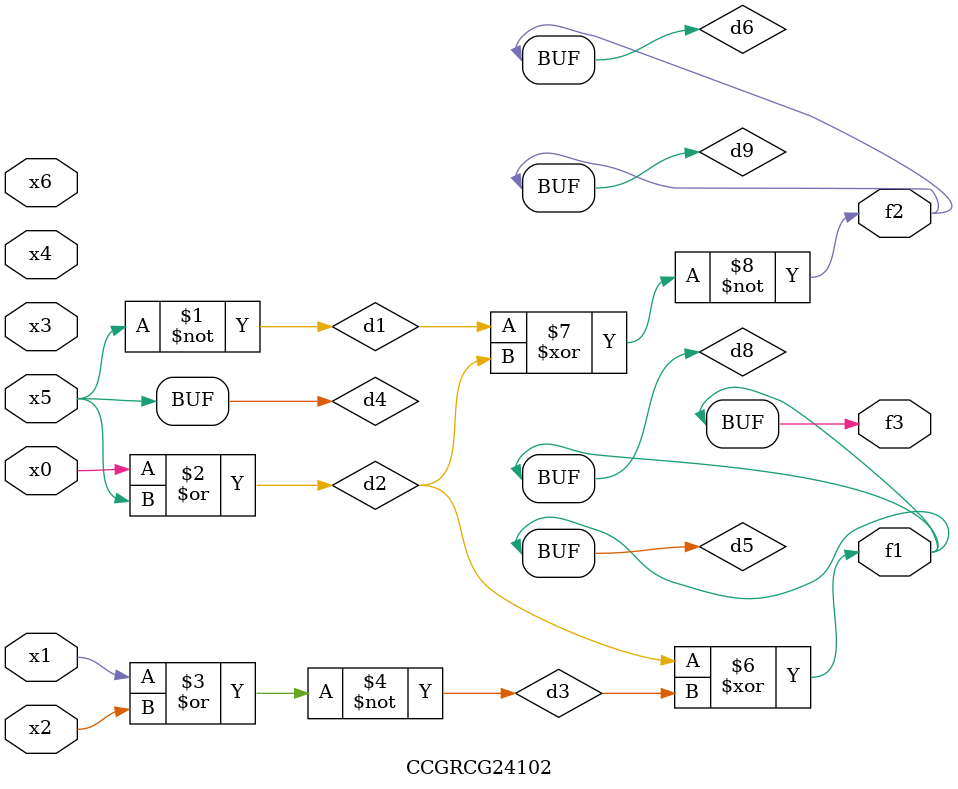
<source format=v>
module CCGRCG24102(
	input x0, x1, x2, x3, x4, x5, x6,
	output f1, f2, f3
);

	wire d1, d2, d3, d4, d5, d6, d7, d8, d9;

	nand (d1, x5);
	or (d2, x0, x5);
	nor (d3, x1, x2);
	xnor (d4, d1);
	xor (d5, d2, d3);
	xnor (d6, d1, d2);
	not (d7, x4);
	buf (d8, d5);
	xor (d9, d6);
	assign f1 = d8;
	assign f2 = d9;
	assign f3 = d8;
endmodule

</source>
